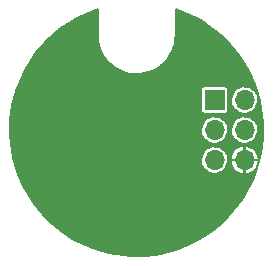
<source format=gbr>
G04 #@! TF.GenerationSoftware,KiCad,Pcbnew,5.99.0-unknown-4135f0c~100~ubuntu18.04.1*
G04 #@! TF.CreationDate,2019-10-31T11:44:12-04:00*
G04 #@! TF.ProjectId,psu,7073752e-6b69-4636-9164-5f7063625858,rev?*
G04 #@! TF.SameCoordinates,Original*
G04 #@! TF.FileFunction,Copper,L2,Bot*
G04 #@! TF.FilePolarity,Positive*
%FSLAX46Y46*%
G04 Gerber Fmt 4.6, Leading zero omitted, Abs format (unit mm)*
G04 Created by KiCad (PCBNEW 5.99.0-unknown-4135f0c~100~ubuntu18.04.1) date 2019-10-31 11:44:12*
%MOMM*%
%LPD*%
G04 APERTURE LIST*
%ADD10O,1.700000X1.700000*%
%ADD11R,1.700000X1.700000*%
%ADD12C,0.600000*%
%ADD13C,0.200000*%
G04 APERTURE END LIST*
D10*
X209140000Y-102580000D03*
X206600000Y-102580000D03*
X209140000Y-100040000D03*
X206600000Y-100040000D03*
X209140000Y-97500000D03*
D11*
X206600000Y-97500000D03*
D12*
X195500000Y-102300000D03*
X198650000Y-103250000D03*
X204750000Y-107050000D03*
X197800000Y-99800000D03*
X200250000Y-98400000D03*
X196400000Y-98399999D03*
X196600000Y-95799999D03*
X201367350Y-109399999D03*
X197067350Y-107199999D03*
X195117350Y-107049999D03*
G36*
X196701000Y-91968419D02*
G01*
X196695731Y-91993099D01*
X196695893Y-92004691D01*
X196697539Y-92109512D01*
X196697506Y-92109750D01*
X196698541Y-92121269D01*
X196730235Y-92476388D01*
X196732146Y-92482288D01*
X196732011Y-92488479D01*
X196734340Y-92499835D01*
X196806660Y-92849049D01*
X196809236Y-92854689D01*
X196809817Y-92860890D01*
X196813444Y-92871900D01*
X196925411Y-93210459D01*
X196928617Y-93215764D01*
X196929896Y-93221806D01*
X196934754Y-93232332D01*
X197084913Y-93555818D01*
X197088706Y-93560717D01*
X197090749Y-93566804D01*
X197096765Y-93576565D01*
X197283052Y-93880560D01*
X197287384Y-93884992D01*
X197290051Y-93890672D01*
X197297204Y-93899799D01*
X197517205Y-94180376D01*
X197522020Y-94184282D01*
X197525310Y-94189599D01*
X197533459Y-94197845D01*
X197784266Y-94451292D01*
X197789495Y-94454616D01*
X197793416Y-94459573D01*
X197802445Y-94466797D01*
X198080692Y-94689715D01*
X198086272Y-94692419D01*
X198090721Y-94696875D01*
X198100535Y-94703029D01*
X198402562Y-94892491D01*
X198408413Y-94894534D01*
X198413390Y-94898486D01*
X198423802Y-94903435D01*
X198745603Y-95056926D01*
X198751651Y-95058284D01*
X198756999Y-95061606D01*
X198767977Y-95065363D01*
X199105271Y-95180845D01*
X199111437Y-95181498D01*
X199117133Y-95184185D01*
X199128449Y-95186650D01*
X199476797Y-95262601D01*
X199482995Y-95262542D01*
X199488893Y-95264532D01*
X199500426Y-95265698D01*
X199855259Y-95301115D01*
X199861411Y-95300343D01*
X199867473Y-95301637D01*
X199879064Y-95301475D01*
X200235639Y-95295874D01*
X200241660Y-95294401D01*
X200247956Y-95295001D01*
X200259485Y-95293475D01*
X200612893Y-95246948D01*
X200618705Y-95244793D01*
X200625109Y-95244664D01*
X200636357Y-95241811D01*
X200982028Y-95154984D01*
X200987551Y-95152176D01*
X200993708Y-95151338D01*
X201004558Y-95147257D01*
X201338143Y-95021205D01*
X201343310Y-95017779D01*
X201349389Y-95016224D01*
X201359691Y-95010911D01*
X201676527Y-94847379D01*
X201681264Y-94843383D01*
X201687180Y-94841118D01*
X201696839Y-94834614D01*
X201992683Y-94635815D01*
X201996929Y-94631302D01*
X202002570Y-94628359D01*
X202011432Y-94620768D01*
X202282431Y-94389314D01*
X202286134Y-94384337D01*
X202291291Y-94380839D01*
X202299191Y-94372357D01*
X202541925Y-94111143D01*
X202545029Y-94105779D01*
X202549820Y-94101650D01*
X202556658Y-94092328D01*
X202767729Y-93804990D01*
X202770196Y-93799302D01*
X202774405Y-93794733D01*
X202780164Y-93784671D01*
X202956847Y-93474912D01*
X202958643Y-93468981D01*
X202962369Y-93463863D01*
X202966892Y-93453232D01*
X203106773Y-93125286D01*
X203107876Y-93119186D01*
X203110941Y-93113758D01*
X203114245Y-93102646D01*
X203215521Y-92760746D01*
X203215916Y-92754561D01*
X203218381Y-92748710D01*
X203220351Y-92737344D01*
X203281649Y-92386120D01*
X203281330Y-92379929D01*
X203283073Y-92373949D01*
X203283754Y-92362376D01*
X203304281Y-92006378D01*
X203299000Y-91974990D01*
X203299000Y-89813198D01*
X203523296Y-89883929D01*
X204117043Y-90110690D01*
X204696282Y-90372256D01*
X205259004Y-90667723D01*
X205803205Y-90996038D01*
X206326990Y-91356060D01*
X206828502Y-91746510D01*
X207305958Y-92166002D01*
X207757702Y-92613080D01*
X208182146Y-93086173D01*
X208577775Y-93583591D01*
X208943205Y-94103594D01*
X209277170Y-94644383D01*
X209578460Y-95203997D01*
X209846027Y-95780488D01*
X210078947Y-96371865D01*
X210276367Y-96975965D01*
X210437632Y-97590778D01*
X210562142Y-98214033D01*
X210649471Y-98843574D01*
X210699308Y-99477183D01*
X210711481Y-100112649D01*
X210685947Y-100747695D01*
X210622794Y-101380134D01*
X210522243Y-102007717D01*
X210384657Y-102628199D01*
X210210509Y-103239447D01*
X210000418Y-103839291D01*
X209755114Y-104425639D01*
X209475479Y-104996382D01*
X209162480Y-105549550D01*
X208817233Y-106083168D01*
X208440941Y-106595380D01*
X208034932Y-107084377D01*
X207600643Y-107548427D01*
X207139591Y-107985909D01*
X206653398Y-108395286D01*
X206143821Y-108775077D01*
X205612582Y-109124004D01*
X205061581Y-109440812D01*
X204492785Y-109724371D01*
X203908146Y-109973712D01*
X203309775Y-110187929D01*
X202699718Y-110366293D01*
X202080199Y-110508154D01*
X201453326Y-110613028D01*
X200821357Y-110680539D01*
X200186496Y-110710449D01*
X199550929Y-110702656D01*
X198917016Y-110657189D01*
X198286880Y-110574202D01*
X197662780Y-110453991D01*
X197046891Y-110296974D01*
X196441435Y-110103719D01*
X195848458Y-109874877D01*
X195270140Y-109611292D01*
X194708450Y-109313861D01*
X194165393Y-108983646D01*
X193642883Y-108621808D01*
X193142730Y-108229603D01*
X192666727Y-107808432D01*
X192216561Y-107359795D01*
X191793769Y-106885222D01*
X191399872Y-106386416D01*
X191036272Y-105865161D01*
X190704198Y-105323211D01*
X190404864Y-104762550D01*
X190139300Y-104185107D01*
X189908455Y-103592939D01*
X189713132Y-102988121D01*
X189632585Y-102676611D01*
X205449494Y-102676611D01*
X205490171Y-102898238D01*
X205573121Y-103107745D01*
X205695183Y-103297150D01*
X205851710Y-103459238D01*
X206036739Y-103587837D01*
X206243223Y-103678047D01*
X206463296Y-103726433D01*
X206688577Y-103731152D01*
X206910483Y-103692024D01*
X207120563Y-103610539D01*
X207310815Y-103489801D01*
X207473992Y-103334410D01*
X207603880Y-103150283D01*
X207695529Y-102944434D01*
X207745605Y-102724024D01*
X207747252Y-102606000D01*
X207938330Y-102606000D01*
X207956490Y-102803626D01*
X208020128Y-103023389D01*
X208124175Y-103227152D01*
X208264875Y-103407565D01*
X208437152Y-103558116D01*
X208634790Y-103673375D01*
X208850657Y-103749182D01*
X209114000Y-103788303D01*
X209114000Y-102606000D01*
X209166000Y-102606000D01*
X209166000Y-103778993D01*
X209305546Y-103773022D01*
X209528154Y-103720194D01*
X209736756Y-103626225D01*
X209923826Y-103494506D01*
X210082614Y-103329790D01*
X210207391Y-103138019D01*
X210293652Y-102926112D01*
X210357326Y-102606000D01*
X209166000Y-102606000D01*
X209114000Y-102606000D01*
X207938330Y-102606000D01*
X207747252Y-102606000D01*
X207747979Y-102554000D01*
X207937711Y-102554000D01*
X209114000Y-102554000D01*
X209166000Y-102554000D01*
X210355849Y-102554000D01*
X210296040Y-102241950D01*
X210211260Y-102029447D01*
X210087826Y-101836810D01*
X209930192Y-101670989D01*
X209744046Y-101537966D01*
X209536105Y-101442543D01*
X209313870Y-101388163D01*
X209166000Y-101380803D01*
X209166000Y-102554000D01*
X209114000Y-102554000D01*
X209114000Y-101372737D01*
X208858826Y-101408826D01*
X208642435Y-101483125D01*
X208443998Y-101597002D01*
X208270674Y-101746347D01*
X208128718Y-101925773D01*
X208023251Y-102128805D01*
X207958080Y-102348117D01*
X207937711Y-102554000D01*
X207747979Y-102554000D01*
X207749181Y-102468020D01*
X207705278Y-102246296D01*
X207619411Y-102037969D01*
X207494715Y-101850288D01*
X207335941Y-101690401D01*
X207149135Y-101564397D01*
X206941411Y-101477079D01*
X206720684Y-101431770D01*
X206495359Y-101430197D01*
X206274021Y-101472420D01*
X206065100Y-101556829D01*
X205876552Y-101680212D01*
X205715560Y-101837867D01*
X205588256Y-102023789D01*
X205499490Y-102230898D01*
X205452640Y-102451302D01*
X205449494Y-102676611D01*
X189632585Y-102676611D01*
X189554025Y-102372786D01*
X189431690Y-101749100D01*
X189346559Y-101119242D01*
X189298933Y-100485464D01*
X189293468Y-100136611D01*
X205449494Y-100136611D01*
X205490171Y-100358238D01*
X205573121Y-100567745D01*
X205695183Y-100757150D01*
X205851710Y-100919238D01*
X206036739Y-101047837D01*
X206243223Y-101138047D01*
X206463296Y-101186433D01*
X206688577Y-101191152D01*
X206910483Y-101152024D01*
X207120563Y-101070539D01*
X207310815Y-100949801D01*
X207473992Y-100794410D01*
X207603880Y-100610283D01*
X207695529Y-100404434D01*
X207745605Y-100184024D01*
X207746267Y-100136611D01*
X207989494Y-100136611D01*
X208030171Y-100358238D01*
X208113121Y-100567745D01*
X208235183Y-100757150D01*
X208391710Y-100919238D01*
X208576739Y-101047837D01*
X208783223Y-101138047D01*
X209003296Y-101186433D01*
X209228577Y-101191152D01*
X209450483Y-101152024D01*
X209660563Y-101070539D01*
X209850815Y-100949801D01*
X210013992Y-100794410D01*
X210143880Y-100610283D01*
X210235529Y-100404434D01*
X210285605Y-100184024D01*
X210289181Y-99928020D01*
X210245278Y-99706296D01*
X210159411Y-99497969D01*
X210034715Y-99310288D01*
X209875941Y-99150401D01*
X209689135Y-99024397D01*
X209481411Y-98937079D01*
X209260684Y-98891770D01*
X209035359Y-98890197D01*
X208814021Y-98932420D01*
X208605100Y-99016829D01*
X208416552Y-99140212D01*
X208255560Y-99297867D01*
X208128256Y-99483789D01*
X208039490Y-99690898D01*
X207992640Y-99911302D01*
X207989494Y-100136611D01*
X207746267Y-100136611D01*
X207749181Y-99928020D01*
X207705278Y-99706296D01*
X207619411Y-99497969D01*
X207494715Y-99310288D01*
X207335941Y-99150401D01*
X207149135Y-99024397D01*
X206941411Y-98937079D01*
X206720684Y-98891770D01*
X206495359Y-98890197D01*
X206274021Y-98932420D01*
X206065100Y-99016829D01*
X205876552Y-99140212D01*
X205715560Y-99297867D01*
X205588256Y-99483789D01*
X205499490Y-99690898D01*
X205452640Y-99911302D01*
X205449494Y-100136611D01*
X189293468Y-100136611D01*
X189288977Y-99849962D01*
X189316729Y-99214987D01*
X189382087Y-98582801D01*
X189484827Y-97955580D01*
X189624582Y-97335567D01*
X189800867Y-96724912D01*
X189830851Y-96640250D01*
X205447082Y-96640250D01*
X205447082Y-98359750D01*
X205468348Y-98466664D01*
X205534433Y-98565567D01*
X205633336Y-98631652D01*
X205740250Y-98652918D01*
X207459750Y-98652918D01*
X207566664Y-98631652D01*
X207665567Y-98565567D01*
X207731652Y-98466664D01*
X207752918Y-98359750D01*
X207752918Y-97596611D01*
X207989494Y-97596611D01*
X208030171Y-97818238D01*
X208113121Y-98027745D01*
X208235183Y-98217150D01*
X208391710Y-98379238D01*
X208576739Y-98507837D01*
X208783223Y-98598047D01*
X209003296Y-98646433D01*
X209228577Y-98651152D01*
X209450483Y-98612024D01*
X209660563Y-98530539D01*
X209850815Y-98409801D01*
X210013992Y-98254410D01*
X210143880Y-98070283D01*
X210235529Y-97864434D01*
X210285605Y-97644024D01*
X210289181Y-97388020D01*
X210245278Y-97166296D01*
X210159411Y-96957969D01*
X210034715Y-96770288D01*
X209875941Y-96610401D01*
X209689135Y-96484397D01*
X209481411Y-96397079D01*
X209260684Y-96351770D01*
X209035359Y-96350197D01*
X208814021Y-96392420D01*
X208605100Y-96476829D01*
X208416552Y-96600212D01*
X208255560Y-96757867D01*
X208128256Y-96943789D01*
X208039490Y-97150898D01*
X207992640Y-97371302D01*
X207989494Y-97596611D01*
X207752918Y-97596611D01*
X207752918Y-96640250D01*
X207731652Y-96533336D01*
X207665567Y-96434433D01*
X207566664Y-96368348D01*
X207459750Y-96347082D01*
X205740250Y-96347082D01*
X205633336Y-96368348D01*
X205534433Y-96434433D01*
X205468348Y-96533336D01*
X205447082Y-96640250D01*
X189830851Y-96640250D01*
X190013046Y-96125819D01*
X190260392Y-95540342D01*
X190542024Y-94970566D01*
X190856938Y-94418517D01*
X191204060Y-93886085D01*
X191582123Y-93375208D01*
X191989848Y-92887616D01*
X192425751Y-92425089D01*
X192888328Y-91989217D01*
X193375926Y-91581558D01*
X193886863Y-91203518D01*
X194419309Y-90856455D01*
X194971406Y-90541578D01*
X195541202Y-90259998D01*
X196126686Y-90012710D01*
X196701002Y-89809362D01*
X196701000Y-91968419D01*
G37*
D13*
X196701000Y-91968419D02*
X196695731Y-91993099D01*
X196695893Y-92004691D01*
X196697539Y-92109512D01*
X196697506Y-92109750D01*
X196698541Y-92121269D01*
X196730235Y-92476388D01*
X196732146Y-92482288D01*
X196732011Y-92488479D01*
X196734340Y-92499835D01*
X196806660Y-92849049D01*
X196809236Y-92854689D01*
X196809817Y-92860890D01*
X196813444Y-92871900D01*
X196925411Y-93210459D01*
X196928617Y-93215764D01*
X196929896Y-93221806D01*
X196934754Y-93232332D01*
X197084913Y-93555818D01*
X197088706Y-93560717D01*
X197090749Y-93566804D01*
X197096765Y-93576565D01*
X197283052Y-93880560D01*
X197287384Y-93884992D01*
X197290051Y-93890672D01*
X197297204Y-93899799D01*
X197517205Y-94180376D01*
X197522020Y-94184282D01*
X197525310Y-94189599D01*
X197533459Y-94197845D01*
X197784266Y-94451292D01*
X197789495Y-94454616D01*
X197793416Y-94459573D01*
X197802445Y-94466797D01*
X198080692Y-94689715D01*
X198086272Y-94692419D01*
X198090721Y-94696875D01*
X198100535Y-94703029D01*
X198402562Y-94892491D01*
X198408413Y-94894534D01*
X198413390Y-94898486D01*
X198423802Y-94903435D01*
X198745603Y-95056926D01*
X198751651Y-95058284D01*
X198756999Y-95061606D01*
X198767977Y-95065363D01*
X199105271Y-95180845D01*
X199111437Y-95181498D01*
X199117133Y-95184185D01*
X199128449Y-95186650D01*
X199476797Y-95262601D01*
X199482995Y-95262542D01*
X199488893Y-95264532D01*
X199500426Y-95265698D01*
X199855259Y-95301115D01*
X199861411Y-95300343D01*
X199867473Y-95301637D01*
X199879064Y-95301475D01*
X200235639Y-95295874D01*
X200241660Y-95294401D01*
X200247956Y-95295001D01*
X200259485Y-95293475D01*
X200612893Y-95246948D01*
X200618705Y-95244793D01*
X200625109Y-95244664D01*
X200636357Y-95241811D01*
X200982028Y-95154984D01*
X200987551Y-95152176D01*
X200993708Y-95151338D01*
X201004558Y-95147257D01*
X201338143Y-95021205D01*
X201343310Y-95017779D01*
X201349389Y-95016224D01*
X201359691Y-95010911D01*
X201676527Y-94847379D01*
X201681264Y-94843383D01*
X201687180Y-94841118D01*
X201696839Y-94834614D01*
X201992683Y-94635815D01*
X201996929Y-94631302D01*
X202002570Y-94628359D01*
X202011432Y-94620768D01*
X202282431Y-94389314D01*
X202286134Y-94384337D01*
X202291291Y-94380839D01*
X202299191Y-94372357D01*
X202541925Y-94111143D01*
X202545029Y-94105779D01*
X202549820Y-94101650D01*
X202556658Y-94092328D01*
X202767729Y-93804990D01*
X202770196Y-93799302D01*
X202774405Y-93794733D01*
X202780164Y-93784671D01*
X202956847Y-93474912D01*
X202958643Y-93468981D01*
X202962369Y-93463863D01*
X202966892Y-93453232D01*
X203106773Y-93125286D01*
X203107876Y-93119186D01*
X203110941Y-93113758D01*
X203114245Y-93102646D01*
X203215521Y-92760746D01*
X203215916Y-92754561D01*
X203218381Y-92748710D01*
X203220351Y-92737344D01*
X203281649Y-92386120D01*
X203281330Y-92379929D01*
X203283073Y-92373949D01*
X203283754Y-92362376D01*
X203304281Y-92006378D01*
X203299000Y-91974990D01*
X203299000Y-89813198D01*
X203523296Y-89883929D01*
X204117043Y-90110690D01*
X204696282Y-90372256D01*
X205259004Y-90667723D01*
X205803205Y-90996038D01*
X206326990Y-91356060D01*
X206828502Y-91746510D01*
X207305958Y-92166002D01*
X207757702Y-92613080D01*
X208182146Y-93086173D01*
X208577775Y-93583591D01*
X208943205Y-94103594D01*
X209277170Y-94644383D01*
X209578460Y-95203997D01*
X209846027Y-95780488D01*
X210078947Y-96371865D01*
X210276367Y-96975965D01*
X210437632Y-97590778D01*
X210562142Y-98214033D01*
X210649471Y-98843574D01*
X210699308Y-99477183D01*
X210711481Y-100112649D01*
X210685947Y-100747695D01*
X210622794Y-101380134D01*
X210522243Y-102007717D01*
X210384657Y-102628199D01*
X210210509Y-103239447D01*
X210000418Y-103839291D01*
X209755114Y-104425639D01*
X209475479Y-104996382D01*
X209162480Y-105549550D01*
X208817233Y-106083168D01*
X208440941Y-106595380D01*
X208034932Y-107084377D01*
X207600643Y-107548427D01*
X207139591Y-107985909D01*
X206653398Y-108395286D01*
X206143821Y-108775077D01*
X205612582Y-109124004D01*
X205061581Y-109440812D01*
X204492785Y-109724371D01*
X203908146Y-109973712D01*
X203309775Y-110187929D01*
X202699718Y-110366293D01*
X202080199Y-110508154D01*
X201453326Y-110613028D01*
X200821357Y-110680539D01*
X200186496Y-110710449D01*
X199550929Y-110702656D01*
X198917016Y-110657189D01*
X198286880Y-110574202D01*
X197662780Y-110453991D01*
X197046891Y-110296974D01*
X196441435Y-110103719D01*
X195848458Y-109874877D01*
X195270140Y-109611292D01*
X194708450Y-109313861D01*
X194165393Y-108983646D01*
X193642883Y-108621808D01*
X193142730Y-108229603D01*
X192666727Y-107808432D01*
X192216561Y-107359795D01*
X191793769Y-106885222D01*
X191399872Y-106386416D01*
X191036272Y-105865161D01*
X190704198Y-105323211D01*
X190404864Y-104762550D01*
X190139300Y-104185107D01*
X189908455Y-103592939D01*
X189713132Y-102988121D01*
X189632585Y-102676611D01*
X205449494Y-102676611D01*
X205490171Y-102898238D01*
X205573121Y-103107745D01*
X205695183Y-103297150D01*
X205851710Y-103459238D01*
X206036739Y-103587837D01*
X206243223Y-103678047D01*
X206463296Y-103726433D01*
X206688577Y-103731152D01*
X206910483Y-103692024D01*
X207120563Y-103610539D01*
X207310815Y-103489801D01*
X207473992Y-103334410D01*
X207603880Y-103150283D01*
X207695529Y-102944434D01*
X207745605Y-102724024D01*
X207747252Y-102606000D01*
X207938330Y-102606000D01*
X207956490Y-102803626D01*
X208020128Y-103023389D01*
X208124175Y-103227152D01*
X208264875Y-103407565D01*
X208437152Y-103558116D01*
X208634790Y-103673375D01*
X208850657Y-103749182D01*
X209114000Y-103788303D01*
X209114000Y-102606000D01*
X209166000Y-102606000D01*
X209166000Y-103778993D01*
X209305546Y-103773022D01*
X209528154Y-103720194D01*
X209736756Y-103626225D01*
X209923826Y-103494506D01*
X210082614Y-103329790D01*
X210207391Y-103138019D01*
X210293652Y-102926112D01*
X210357326Y-102606000D01*
X209166000Y-102606000D01*
X209114000Y-102606000D01*
X207938330Y-102606000D01*
X207747252Y-102606000D01*
X207747979Y-102554000D01*
X207937711Y-102554000D01*
X209114000Y-102554000D01*
X209166000Y-102554000D01*
X210355849Y-102554000D01*
X210296040Y-102241950D01*
X210211260Y-102029447D01*
X210087826Y-101836810D01*
X209930192Y-101670989D01*
X209744046Y-101537966D01*
X209536105Y-101442543D01*
X209313870Y-101388163D01*
X209166000Y-101380803D01*
X209166000Y-102554000D01*
X209114000Y-102554000D01*
X209114000Y-101372737D01*
X208858826Y-101408826D01*
X208642435Y-101483125D01*
X208443998Y-101597002D01*
X208270674Y-101746347D01*
X208128718Y-101925773D01*
X208023251Y-102128805D01*
X207958080Y-102348117D01*
X207937711Y-102554000D01*
X207747979Y-102554000D01*
X207749181Y-102468020D01*
X207705278Y-102246296D01*
X207619411Y-102037969D01*
X207494715Y-101850288D01*
X207335941Y-101690401D01*
X207149135Y-101564397D01*
X206941411Y-101477079D01*
X206720684Y-101431770D01*
X206495359Y-101430197D01*
X206274021Y-101472420D01*
X206065100Y-101556829D01*
X205876552Y-101680212D01*
X205715560Y-101837867D01*
X205588256Y-102023789D01*
X205499490Y-102230898D01*
X205452640Y-102451302D01*
X205449494Y-102676611D01*
X189632585Y-102676611D01*
X189554025Y-102372786D01*
X189431690Y-101749100D01*
X189346559Y-101119242D01*
X189298933Y-100485464D01*
X189293468Y-100136611D01*
X205449494Y-100136611D01*
X205490171Y-100358238D01*
X205573121Y-100567745D01*
X205695183Y-100757150D01*
X205851710Y-100919238D01*
X206036739Y-101047837D01*
X206243223Y-101138047D01*
X206463296Y-101186433D01*
X206688577Y-101191152D01*
X206910483Y-101152024D01*
X207120563Y-101070539D01*
X207310815Y-100949801D01*
X207473992Y-100794410D01*
X207603880Y-100610283D01*
X207695529Y-100404434D01*
X207745605Y-100184024D01*
X207746267Y-100136611D01*
X207989494Y-100136611D01*
X208030171Y-100358238D01*
X208113121Y-100567745D01*
X208235183Y-100757150D01*
X208391710Y-100919238D01*
X208576739Y-101047837D01*
X208783223Y-101138047D01*
X209003296Y-101186433D01*
X209228577Y-101191152D01*
X209450483Y-101152024D01*
X209660563Y-101070539D01*
X209850815Y-100949801D01*
X210013992Y-100794410D01*
X210143880Y-100610283D01*
X210235529Y-100404434D01*
X210285605Y-100184024D01*
X210289181Y-99928020D01*
X210245278Y-99706296D01*
X210159411Y-99497969D01*
X210034715Y-99310288D01*
X209875941Y-99150401D01*
X209689135Y-99024397D01*
X209481411Y-98937079D01*
X209260684Y-98891770D01*
X209035359Y-98890197D01*
X208814021Y-98932420D01*
X208605100Y-99016829D01*
X208416552Y-99140212D01*
X208255560Y-99297867D01*
X208128256Y-99483789D01*
X208039490Y-99690898D01*
X207992640Y-99911302D01*
X207989494Y-100136611D01*
X207746267Y-100136611D01*
X207749181Y-99928020D01*
X207705278Y-99706296D01*
X207619411Y-99497969D01*
X207494715Y-99310288D01*
X207335941Y-99150401D01*
X207149135Y-99024397D01*
X206941411Y-98937079D01*
X206720684Y-98891770D01*
X206495359Y-98890197D01*
X206274021Y-98932420D01*
X206065100Y-99016829D01*
X205876552Y-99140212D01*
X205715560Y-99297867D01*
X205588256Y-99483789D01*
X205499490Y-99690898D01*
X205452640Y-99911302D01*
X205449494Y-100136611D01*
X189293468Y-100136611D01*
X189288977Y-99849962D01*
X189316729Y-99214987D01*
X189382087Y-98582801D01*
X189484827Y-97955580D01*
X189624582Y-97335567D01*
X189800867Y-96724912D01*
X189830851Y-96640250D01*
X205447082Y-96640250D01*
X205447082Y-98359750D01*
X205468348Y-98466664D01*
X205534433Y-98565567D01*
X205633336Y-98631652D01*
X205740250Y-98652918D01*
X207459750Y-98652918D01*
X207566664Y-98631652D01*
X207665567Y-98565567D01*
X207731652Y-98466664D01*
X207752918Y-98359750D01*
X207752918Y-97596611D01*
X207989494Y-97596611D01*
X208030171Y-97818238D01*
X208113121Y-98027745D01*
X208235183Y-98217150D01*
X208391710Y-98379238D01*
X208576739Y-98507837D01*
X208783223Y-98598047D01*
X209003296Y-98646433D01*
X209228577Y-98651152D01*
X209450483Y-98612024D01*
X209660563Y-98530539D01*
X209850815Y-98409801D01*
X210013992Y-98254410D01*
X210143880Y-98070283D01*
X210235529Y-97864434D01*
X210285605Y-97644024D01*
X210289181Y-97388020D01*
X210245278Y-97166296D01*
X210159411Y-96957969D01*
X210034715Y-96770288D01*
X209875941Y-96610401D01*
X209689135Y-96484397D01*
X209481411Y-96397079D01*
X209260684Y-96351770D01*
X209035359Y-96350197D01*
X208814021Y-96392420D01*
X208605100Y-96476829D01*
X208416552Y-96600212D01*
X208255560Y-96757867D01*
X208128256Y-96943789D01*
X208039490Y-97150898D01*
X207992640Y-97371302D01*
X207989494Y-97596611D01*
X207752918Y-97596611D01*
X207752918Y-96640250D01*
X207731652Y-96533336D01*
X207665567Y-96434433D01*
X207566664Y-96368348D01*
X207459750Y-96347082D01*
X205740250Y-96347082D01*
X205633336Y-96368348D01*
X205534433Y-96434433D01*
X205468348Y-96533336D01*
X205447082Y-96640250D01*
X189830851Y-96640250D01*
X190013046Y-96125819D01*
X190260392Y-95540342D01*
X190542024Y-94970566D01*
X190856938Y-94418517D01*
X191204060Y-93886085D01*
X191582123Y-93375208D01*
X191989848Y-92887616D01*
X192425751Y-92425089D01*
X192888328Y-91989217D01*
X193375926Y-91581558D01*
X193886863Y-91203518D01*
X194419309Y-90856455D01*
X194971406Y-90541578D01*
X195541202Y-90259998D01*
X196126686Y-90012710D01*
X196701002Y-89809362D01*
X196701000Y-91968419D01*
M02*

</source>
